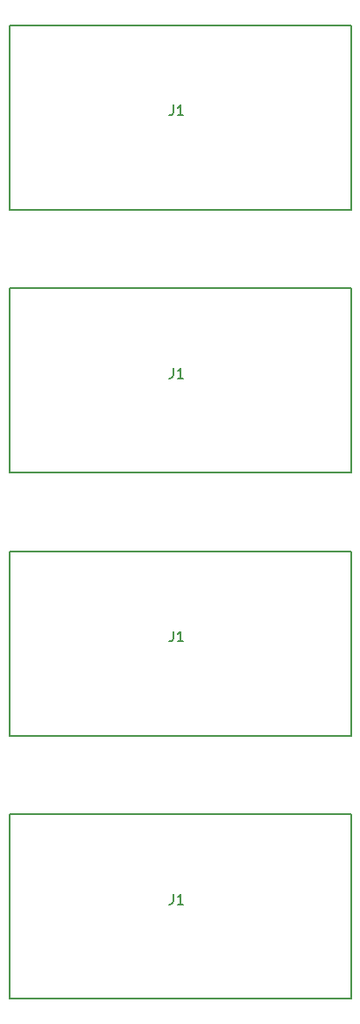
<source format=gbr>
G04 #@! TF.GenerationSoftware,KiCad,Pcbnew,5.1.7-a382d34a8~87~ubuntu20.04.1*
G04 #@! TF.CreationDate,2020-11-15T14:17:37+09:00*
G04 #@! TF.ProjectId,adapter-panel,61646170-7465-4722-9d70-616e656c2e6b,rev?*
G04 #@! TF.SameCoordinates,Original*
G04 #@! TF.FileFunction,Legend,Top*
G04 #@! TF.FilePolarity,Positive*
%FSLAX46Y46*%
G04 Gerber Fmt 4.6, Leading zero omitted, Abs format (unit mm)*
G04 Created by KiCad (PCBNEW 5.1.7-a382d34a8~87~ubuntu20.04.1) date 2020-11-15 14:17:37*
%MOMM*%
%LPD*%
G01*
G04 APERTURE LIST*
%ADD10C,0.150000*%
G04 APERTURE END LIST*
D10*
G04 #@! TO.C,U1*
X110303200Y-158682833D02*
X110303200Y-140902833D01*
X110303200Y-140902833D02*
X77283200Y-140902833D01*
X77283200Y-140902833D02*
X77283200Y-158682833D01*
X77283200Y-158682833D02*
X110303200Y-158682833D01*
X110303200Y-133322822D02*
X110303200Y-115542822D01*
X110303200Y-115542822D02*
X77283200Y-115542822D01*
X77283200Y-115542822D02*
X77283200Y-133322822D01*
X77283200Y-133322822D02*
X110303200Y-133322822D01*
X110303200Y-107962811D02*
X110303200Y-90182811D01*
X110303200Y-90182811D02*
X77283200Y-90182811D01*
X77283200Y-90182811D02*
X77283200Y-107962811D01*
X77283200Y-107962811D02*
X110303200Y-107962811D01*
X110303200Y-82602800D02*
X110303200Y-64822800D01*
X110303200Y-64822800D02*
X77283200Y-64822800D01*
X77283200Y-64822800D02*
X77283200Y-82602800D01*
X77283200Y-82602800D02*
X110303200Y-82602800D01*
G04 #@! TO.C,J1*
X93106666Y-148582413D02*
X93106666Y-149296699D01*
X93059047Y-149439556D01*
X92963809Y-149534794D01*
X92820952Y-149582413D01*
X92725714Y-149582413D01*
X94106666Y-149582413D02*
X93535238Y-149582413D01*
X93820952Y-149582413D02*
X93820952Y-148582413D01*
X93725714Y-148725271D01*
X93630476Y-148820509D01*
X93535238Y-148868128D01*
X93106666Y-123222402D02*
X93106666Y-123936688D01*
X93059047Y-124079545D01*
X92963809Y-124174783D01*
X92820952Y-124222402D01*
X92725714Y-124222402D01*
X94106666Y-124222402D02*
X93535238Y-124222402D01*
X93820952Y-124222402D02*
X93820952Y-123222402D01*
X93725714Y-123365260D01*
X93630476Y-123460498D01*
X93535238Y-123508117D01*
X93106666Y-97862391D02*
X93106666Y-98576677D01*
X93059047Y-98719534D01*
X92963809Y-98814772D01*
X92820952Y-98862391D01*
X92725714Y-98862391D01*
X94106666Y-98862391D02*
X93535238Y-98862391D01*
X93820952Y-98862391D02*
X93820952Y-97862391D01*
X93725714Y-98005249D01*
X93630476Y-98100487D01*
X93535238Y-98148106D01*
X93106666Y-72502380D02*
X93106666Y-73216666D01*
X93059047Y-73359523D01*
X92963809Y-73454761D01*
X92820952Y-73502380D01*
X92725714Y-73502380D01*
X94106666Y-73502380D02*
X93535238Y-73502380D01*
X93820952Y-73502380D02*
X93820952Y-72502380D01*
X93725714Y-72645238D01*
X93630476Y-72740476D01*
X93535238Y-72788095D01*
G04 #@! TD*
M02*

</source>
